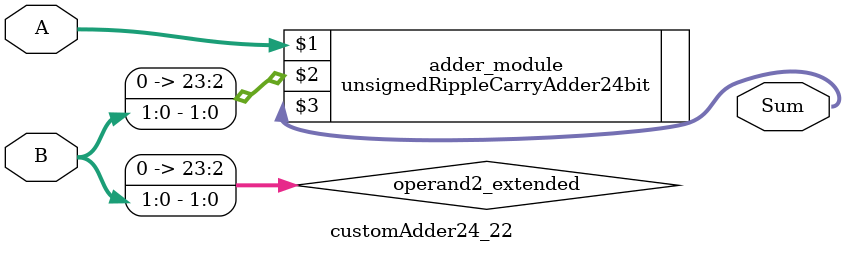
<source format=v>

module customAdder24_22(
                    input [23 : 0] A,
                    input [1 : 0] B,
                    
                    output [24 : 0] Sum
            );

    wire [23 : 0] operand2_extended;
    
    assign operand2_extended =  {22'b0, B};
    
    unsignedRippleCarryAdder24bit adder_module(
        A,
        operand2_extended,
        Sum
    );
    
endmodule
        
</source>
